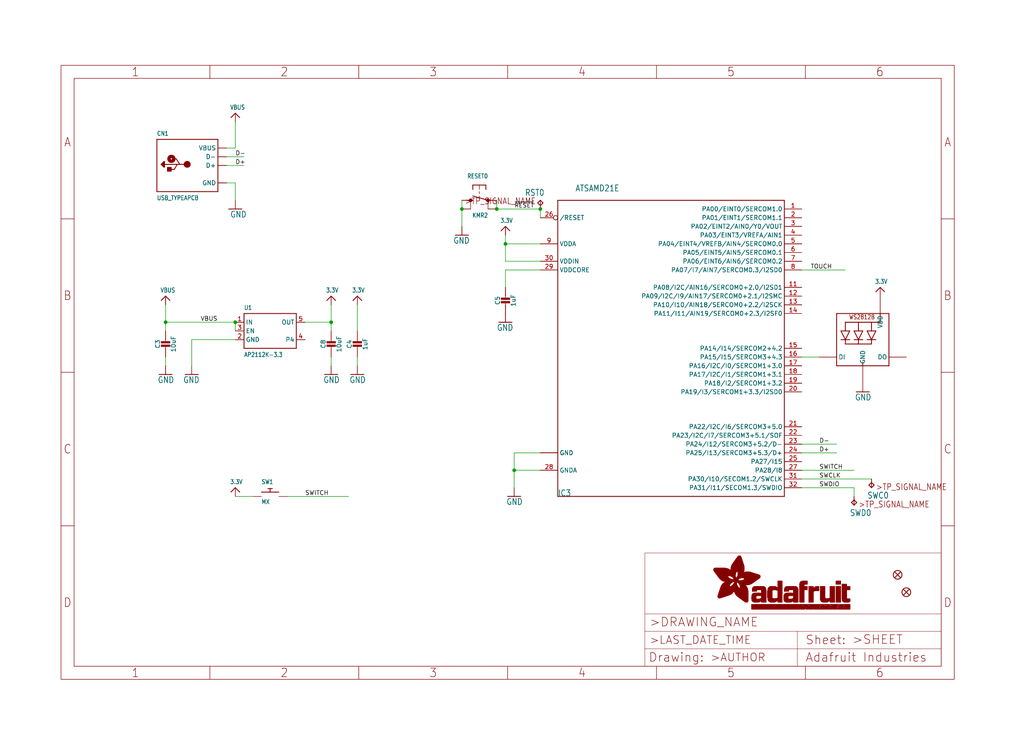
<source format=kicad_sch>
(kicad_sch (version 20211123) (generator eeschema)
  (paper "User" 298.45 217.881)
  (lib_symbols
    (symbol "eagleSchem-eagle-import:3.3V" (power)
      (property "Value" "3.3V" (at -1.524 1.016 0))
      (symbol "3.3V_1_0"
        (pin power_in line (at 0 -2.54 90) (length 2.54) (name "3.3V") (number "1"))
      )
    )
    (symbol "eagleSchem-eagle-import:ATSAMD21E"
      (property "Reference" "IC" (at -35.56 -43.18 0))
      (property "Value" "ATSAMD21E" (at -30.48 45.72 0))
      (symbol "ATSAMD21E_1_0"
        (pin bidirectional line (at 35.56 40.64 180) (length 5.08) (name "PA00/EINT0/SERCOM1.0") (number "1"))
        (pin power_in line (at -40.64 -30.48 0) (length 5.08) (name "GND") (number "10"))
        (pin bidirectional line (at 35.56 17.78 180) (length 5.08) (name "PA08/I2C/AIN16/SERCOM0+2.0/I2SD1") (number "11"))
        (pin bidirectional line (at 35.56 15.24 180) (length 5.08) (name "PA09/I2C/I9/AIN17/SERCOM0+2.1/I2SMC") (number "12"))
        (pin bidirectional line (at 35.56 12.7 180) (length 5.08) (name "PA10/I10/AIN18/SERCOM0+2.2/I2SCK") (number "13"))
        (pin bidirectional line (at 35.56 10.16 180) (length 5.08) (name "PA11/I11/AIN19/SERCOM0+2.3/I2SF0") (number "14"))
        (pin bidirectional line (at 35.56 0 180) (length 5.08) (name "PA14/I14/SERCOM2+4.2") (number "15"))
        (pin bidirectional line (at 35.56 -2.54 180) (length 5.08) (name "PA15/I15/SERCOM3+4.3") (number "16"))
        (pin bidirectional line (at 35.56 -5.08 180) (length 5.08) (name "PA16/I2C/I0/SERCOM1+3.0") (number "17"))
        (pin bidirectional line (at 35.56 -7.62 180) (length 5.08) (name "PA17/I2C/I1/SERCOM1+3.1") (number "18"))
        (pin bidirectional line (at 35.56 -10.16 180) (length 5.08) (name "PA18/I2/SERCOM1+3.2") (number "19"))
        (pin bidirectional line (at 35.56 38.1 180) (length 5.08) (name "PA01/EINT1/SERCOM1.1") (number "2"))
        (pin bidirectional line (at 35.56 -12.7 180) (length 5.08) (name "PA19/I3/SERCOM1+3.3/I2SD0") (number "20"))
        (pin bidirectional line (at 35.56 -22.86 180) (length 5.08) (name "PA22/I2C/I6/SERCOM3+5.0") (number "21"))
        (pin bidirectional line (at 35.56 -25.4 180) (length 5.08) (name "PA23/I2C/I7/SERCOM3+5.1/SOF") (number "22"))
        (pin bidirectional line (at 35.56 -27.94 180) (length 5.08) (name "PA24/I12/SERCOM3+5.2/D-") (number "23"))
        (pin bidirectional line (at 35.56 -30.48 180) (length 5.08) (name "PA25/I13/SERCOM3+5.3/D+") (number "24"))
        (pin bidirectional line (at 35.56 -33.02 180) (length 5.08) (name "PA27/I15") (number "25"))
        (pin bidirectional inverted (at -40.64 38.1 0) (length 5.08) (name "/RESET") (number "26"))
        (pin bidirectional line (at 35.56 -35.56 180) (length 5.08) (name "PA28/I8") (number "27"))
        (pin power_in line (at -40.64 -35.56 0) (length 5.08) (name "GNDA") (number "28"))
        (pin power_in line (at -40.64 22.86 0) (length 5.08) (name "VDDCORE") (number "29"))
        (pin bidirectional line (at 35.56 35.56 180) (length 5.08) (name "PA02/EINT2/AIN0/Y0/VOUT") (number "3"))
        (pin power_in line (at -40.64 25.4 0) (length 5.08) (name "VDDIN") (number "30"))
        (pin bidirectional line (at 35.56 -38.1 180) (length 5.08) (name "PA30/I10/SECOM1.2/SWCLK") (number "31"))
        (pin bidirectional line (at 35.56 -40.64 180) (length 5.08) (name "PA31/I11/SECOM1.3/SWDIO") (number "32"))
        (pin power_in line (at -40.64 -30.48 0) (length 5.08) (name "GND") (number "33"))
        (pin bidirectional line (at 35.56 33.02 180) (length 5.08) (name "PA03/EINT3/VREFA/AIN1") (number "4"))
        (pin bidirectional line (at 35.56 30.48 180) (length 5.08) (name "PA04/EINT4/VREFB/AIN4/SERCOM0.0") (number "5"))
        (pin bidirectional line (at 35.56 27.94 180) (length 5.08) (name "PA05/EINT5/AIN5/SERCOM0.1") (number "6"))
        (pin bidirectional line (at 35.56 25.4 180) (length 5.08) (name "PA06/EINT6/AIN6/SERCOM0.2") (number "7"))
        (pin bidirectional line (at 35.56 22.86 180) (length 5.08) (name "PA07/I7/AIN7/SERCOM0.3/I2SD0") (number "8"))
        (pin power_in line (at -40.64 30.48 0) (length 5.08) (name "VDDA") (number "9"))
      )
    )
    (symbol "eagleSchem-eagle-import:CAP_CERAMIC0603_NO"
      (property "Reference" "C" (at -2.29 1.25 90))
      (property "Value" "CAP_CERAMIC0603_NO" (at 2.3 1.25 90))
      (symbol "CAP_CERAMIC0603_NO_1_0"
        (pin passive line (at 0 5.08 270) (length 2.54) (name "1") (number "1"))
        (pin passive line (at 0 -2.54 90) (length 2.54) (name "2") (number "2"))
      )
    )
    (symbol "eagleSchem-eagle-import:CAP_CERAMIC0805-NOOUTLINE"
      (property "Reference" "C" (at -2.29 1.25 90))
      (property "Value" "CAP_CERAMIC0805-NOOUTLINE" (at 2.3 1.25 90))
      (symbol "CAP_CERAMIC0805-NOOUTLINE_1_0"
        (pin passive line (at 0 5.08 270) (length 2.54) (name "1") (number "1"))
        (pin passive line (at 0 -2.54 90) (length 2.54) (name "2") (number "2"))
      )
    )
    (symbol "eagleSchem-eagle-import:FIDUCIAL_1MM")
    (symbol "eagleSchem-eagle-import:FRAME_A4_ADAFRUIT"
      (symbol "FRAME_A4_ADAFRUIT_0_0"
        (text "1" (at 21.6958 1.905 0) (effects (font (size 2.54 2.286))))
        (text "1" (at 21.6958 177.165 0) (effects (font (size 2.54 2.286))))
        (text "2" (at 65.0875 1.905 0) (effects (font (size 2.54 2.286))))
        (text "2" (at 65.0875 177.165 0) (effects (font (size 2.54 2.286))))
        (text "3" (at 108.4792 1.905 0) (effects (font (size 2.54 2.286))))
        (text "3" (at 108.4792 177.165 0) (effects (font (size 2.54 2.286))))
        (text "4" (at 151.8708 1.905 0) (effects (font (size 2.54 2.286))))
        (text "4" (at 151.8708 177.165 0) (effects (font (size 2.54 2.286))))
        (text "5" (at 195.2625 1.905 0) (effects (font (size 2.54 2.286))))
        (text "5" (at 195.2625 177.165 0) (effects (font (size 2.54 2.286))))
        (text "6" (at 238.6542 1.905 0) (effects (font (size 2.54 2.286))))
        (text "6" (at 238.6542 177.165 0) (effects (font (size 2.54 2.286))))
        (text "A" (at 1.905 156.6863 0) (effects (font (size 2.54 2.286))))
        (text "A" (at 258.445 156.6863 0) (effects (font (size 2.54 2.286))))
        (text "B" (at 1.905 111.9188 0) (effects (font (size 2.54 2.286))))
        (text "B" (at 258.445 111.9188 0) (effects (font (size 2.54 2.286))))
        (text "C" (at 1.905 67.1513 0) (effects (font (size 2.54 2.286))))
        (text "C" (at 258.445 67.1513 0) (effects (font (size 2.54 2.286))))
        (text "D" (at 1.905 22.3838 0) (effects (font (size 2.54 2.286))))
        (text "D" (at 258.445 22.3838 0) (effects (font (size 2.54 2.286))))
      )
      (symbol "FRAME_A4_ADAFRUIT_1_0"
        (text ">AUTHOR" (at 189.23 5.08 0) (effects (font (size 2.286 2.286)) (justify left bottom)))
        (text ">DRAWING_NAME" (at 171.45 15.24 0) (effects (font (size 2.54 2.54)) (justify left bottom)))
        (text ">LAST_DATE_TIME" (at 171.45 10.16 0) (effects (font (size 2.286 2.286)) (justify left bottom)))
        (text ">SHEET" (at 230.505 10.16 0) (effects (font (size 2.54 2.54)) (justify left bottom)))
        (text "Adafruit Industries" (at 216.916 4.953 0) (effects (font (size 2.54 2.54)) (justify left bottom)))
        (text "Drawing:" (at 171.196 4.953 0) (effects (font (size 2.54 2.54)) (justify left bottom)))
        (text "Sheet:" (at 216.916 10.033 0) (effects (font (size 2.54 2.54)) (justify left bottom)))
      )
    )
    (symbol "eagleSchem-eagle-import:GND" (power)
      (property "Value" "GND" (at -2.54 -2.54 0))
      (symbol "GND_1_0"
        (pin power_in line (at 0 2.54 270) (length 2.54) (name "GND") (number "1"))
      )
    )
    (symbol "eagleSchem-eagle-import:SWITCH_PUSHBUTTON_KAILH_THMSIMPLE"
      (property "Reference" "SW" (at -2.54 3.556 0))
      (property "Value" "SWITCH_PUSHBUTTON_KAILH_THMSIMPLE" (at -2.54 -2.286 0))
      (symbol "SWITCH_PUSHBUTTON_KAILH_THMSIMPLE_1_0"
        (pin passive line (at -5.08 0 0) (length 2.54) (name "P$1") (number "1"))
        (pin passive line (at 5.08 0 180) (length 2.54) (name "P$2") (number "2"))
      )
    )
    (symbol "eagleSchem-eagle-import:SWITCH_TACT_SMT4.6X2.8"
      (property "Reference" "SW" (at -2.54 6.35 0))
      (property "Value" "SWITCH_TACT_SMT4.6X2.8" (at -2.54 -5.08 0))
      (symbol "SWITCH_TACT_SMT4.6X2.8_1_0"
        (pin passive line (at -5.08 0 0) (length 2.54) (name "P") (number "A"))
        (pin passive line (at -5.08 -2.54 0) (length 2.54) (name "P1") (number "A'"))
        (pin passive line (at 5.08 0 180) (length 2.54) (name "S") (number "B"))
        (pin passive line (at 5.08 -2.54 180) (length 2.54) (name "S1") (number "B'"))
      )
    )
    (symbol "eagleSchem-eagle-import:TPTP15R"
      (property "Reference" "TP" (at -1.27 1.27 0))
      (symbol "TPTP15R_1_0"
        (text ">TP_SIGNAL_NAME" (at 1.27 -1.27 0) (effects (font (size 1.778 1.5113)) (justify left bottom)))
        (pin input line (at 0 -2.54 90) (length 2.54) (name "TP") (number "TP"))
      )
    )
    (symbol "eagleSchem-eagle-import:TPTP16R"
      (property "Reference" "TP" (at -1.27 1.27 0))
      (symbol "TPTP16R_1_0"
        (text ">TP_SIGNAL_NAME" (at 1.27 -1.27 0) (effects (font (size 1.778 1.5113)) (justify left bottom)))
        (pin input line (at 0 -2.54 90) (length 2.54) (name "TP") (number "TP"))
      )
    )
    (symbol "eagleSchem-eagle-import:USB_TYPEAPCB"
      (property "Reference" "X" (at -10.16 8.636 0))
      (property "Value" "USB_TYPEAPCB" (at -10.16 -10.16 0))
      (symbol "USB_TYPEAPCB_1_0"
        (pin power_in line (at 10.16 -5.08 180) (length 2.54) (name "GND") (number "GND"))
        (pin bidirectional line (at 10.16 2.54 180) (length 2.54) (name "D-") (number "USB_NEG"))
        (pin bidirectional line (at 10.16 0 180) (length 2.54) (name "D+") (number "USB_PLUS"))
        (pin power_in line (at 10.16 5.08 180) (length 2.54) (name "VBUS") (number "VCC"))
      )
    )
    (symbol "eagleSchem-eagle-import:VBUS" (power)
      (property "Value" "VBUS" (at -1.524 1.016 0))
      (symbol "VBUS_1_0"
        (pin power_in line (at 0 -2.54 90) (length 2.54) (name "VBUS") (number "1"))
      )
    )
    (symbol "eagleSchem-eagle-import:VREG_SOT23-5"
      (property "Reference" "U" (at -7.62 6.096 0))
      (property "Value" "VREG_SOT23-5" (at -7.62 -7.62 0))
      (symbol "VREG_SOT23-5_1_0"
        (pin power_in line (at -10.16 2.54 0) (length 2.54) (name "IN") (number "1"))
        (pin power_in line (at -10.16 -2.54 0) (length 2.54) (name "GND") (number "2"))
        (pin input line (at -10.16 0 0) (length 2.54) (name "EN") (number "3"))
        (pin bidirectional line (at 10.16 -2.54 180) (length 2.54) (name "P4") (number "4"))
        (pin power_in line (at 10.16 2.54 180) (length 2.54) (name "OUT") (number "5"))
      )
    )
    (symbol "eagleSchem-eagle-import:WS2812B_SK6812E"
      (symbol "WS2812B_SK6812E_1_0"
        (text "WS2812B" (at -4.064 8.382 0) (effects (font (size 1.27 1.0795)) (justify left bottom)))
        (pin power_in line (at 5.08 15.24 270) (length 5.08) (name "VDD") (number "1-VDD"))
        (pin output line (at 12.7 -2.54 180) (length 5.08) (name "DO") (number "2-DOUT"))
        (pin power_in line (at 0 -10.16 90) (length 5.08) (name "GND") (number "3-GND"))
        (pin input line (at -12.7 -2.54 0) (length 5.08) (name "DI") (number "4-DIN"))
      )
    )
  )
  (junction (at 68.58 93.98))
  (junction (at 144.78 60.96))
  (junction (at 147.32 71.12))
  (junction (at 48.26 93.98))
  (junction (at 149.86 137.16))
  (junction (at 157.48 60.96))
  (junction (at 96.52 93.98))
  (junction (at 134.62 60.96))
  (wire (pts (xy 233.68 142.24) (xy 248.92 142.24)))
  (wire (pts (xy 233.68 129.54) (xy 243.84 129.54)))
  (wire (pts (xy 83.82 144.78) (xy 101.6 144.78)))
  (wire (pts (xy 104.14 88.9) (xy 104.14 96.52)))
  (wire (pts (xy 157.48 78.74) (xy 147.32 78.74)))
  (wire (pts (xy 233.68 104.14) (xy 238.76 104.14)))
  (wire (pts (xy 68.58 53.34) (xy 68.58 58.42)))
  (wire (pts (xy 68.58 96.52) (xy 68.58 93.98)))
  (wire (pts (xy 248.92 142.24) (xy 248.92 144.78)))
  (wire (pts (xy 157.48 76.2) (xy 147.32 76.2)))
  (wire (pts (xy 48.26 93.98) (xy 68.58 93.98)))
  (wire (pts (xy 96.52 88.9) (xy 96.52 93.98)))
  (wire (pts (xy 73.66 144.78) (xy 68.58 144.78)))
  (wire (pts (xy 147.32 71.12) (xy 147.32 68.58)))
  (wire (pts (xy 134.62 58.42) (xy 134.62 60.96)))
  (wire (pts (xy 144.78 60.96) (xy 157.48 60.96)))
  (wire (pts (xy 68.58 35.56) (xy 68.58 43.18)))
  (wire (pts (xy 149.86 132.08) (xy 149.86 137.16)))
  (wire (pts (xy 233.68 139.7) (xy 254 139.7)))
  (wire (pts (xy 147.32 76.2) (xy 147.32 71.12)))
  (wire (pts (xy 48.26 93.98) (xy 48.26 88.9)))
  (wire (pts (xy 96.52 93.98) (xy 88.9 93.98)))
  (wire (pts (xy 96.52 93.98) (xy 96.52 96.52)))
  (wire (pts (xy 66.04 53.34) (xy 68.58 53.34)))
  (wire (pts (xy 243.84 132.08) (xy 233.68 132.08)))
  (wire (pts (xy 48.26 106.68) (xy 48.26 104.14)))
  (wire (pts (xy 48.26 96.52) (xy 48.26 93.98)))
  (wire (pts (xy 55.88 99.06) (xy 55.88 106.68)))
  (wire (pts (xy 157.48 71.12) (xy 147.32 71.12)))
  (wire (pts (xy 157.48 132.08) (xy 149.86 132.08)))
  (wire (pts (xy 233.68 78.74) (xy 246.38 78.74)))
  (wire (pts (xy 134.62 66.04) (xy 134.62 60.96)))
  (wire (pts (xy 233.68 137.16) (xy 248.92 137.16)))
  (wire (pts (xy 147.32 78.74) (xy 147.32 83.82)))
  (wire (pts (xy 66.04 48.26) (xy 71.12 48.26)))
  (wire (pts (xy 66.04 43.18) (xy 68.58 43.18)))
  (wire (pts (xy 157.48 137.16) (xy 149.86 137.16)))
  (wire (pts (xy 68.58 99.06) (xy 55.88 99.06)))
  (wire (pts (xy 144.78 60.96) (xy 144.78 58.42)))
  (wire (pts (xy 157.48 60.96) (xy 157.48 63.5)))
  (wire (pts (xy 104.14 106.68) (xy 104.14 104.14)))
  (wire (pts (xy 149.86 137.16) (xy 149.86 142.24)))
  (wire (pts (xy 66.04 45.72) (xy 71.12 45.72)))
  (wire (pts (xy 96.52 106.68) (xy 96.52 104.14)))
  (label "SWITCH" (at 238.76 137.16 0) (effects (font (size 1.2446 1.2446))))
  (label "D+" (at 68.58 48.26 0) (effects (font (size 1.2446 1.2446))))
  (label "SWITCH" (at 88.9 144.78 0) (effects (font (size 1.2446 1.2446))))
  (label "~{RESET}" (at 149.86 60.96 0) (effects (font (size 1.2446 1.2446))))
  (label "SWCLK" (at 238.76 139.7 0) (effects (font (size 1.2446 1.2446))))
  (label "D-" (at 238.76 129.54 0) (effects (font (size 1.2446 1.2446))))
  (label "TOUCH" (at 236.22 78.74 0) (effects (font (size 1.2446 1.2446))))
  (label "D-" (at 68.58 45.72 0) (effects (font (size 1.2446 1.2446))))
  (label "VBUS" (at 58.42 93.98 0) (effects (font (size 1.2446 1.2446))))
  (label "SWDIO" (at 238.76 142.24 0) (effects (font (size 1.2446 1.2446))))
  (label "D+" (at 238.76 132.08 0) (effects (font (size 1.2446 1.2446))))
  (symbol (lib_id "eagleSchem-eagle-import:USB_TYPEAPCB") (at 55.88 48.26 0) (unit 1)
    (property "Reference" "CN1" (at 45.72 39.624 0) (effects (font (size 1.27 1.0795)) (justify left bottom)))
    (property "Value" "USB_TYPEAPCB" (at 45.72 58.42 0) (effects (font (size 1.27 1.0795)) (justify left bottom)))
    (property "Footprint" "eagleSchem:USBA_PCB" (effects hide))
  )
  (symbol (lib_id "eagleSchem-eagle-import:CAP_CERAMIC0805-NOOUTLINE") (at 96.52 101.6 0) (unit 1)
    (property "Reference" "C8" (at 94.23 100.35 90))
    (property "Value" "10uF" (at 98.82 100.35 90))
    (property "Footprint" "eagleSchem:0805-NO" (effects hide))
  )
  (symbol (lib_id "eagleSchem-eagle-import:3.3V") (at 104.14 86.36 0) (unit 1)
    (property "Reference" "#U$20" (effects hide))
    (property "Value" "3.3V" (at 102.616 85.344 0) (effects (font (size 1.27 1.0795)) (justify left bottom)))
    (property "Footprint" "eagleSchem:" (effects hide))
  )
  (symbol (lib_id "eagleSchem-eagle-import:TPTP15R") (at 248.92 147.32 0) (mirror x) (unit 1)
    (property "Reference" "SWD0" (at 247.65 148.59 0) (effects (font (size 1.778 1.5113)) (justify left bottom)))
    (property "Value" "SWD" (effects hide))
    (property "Footprint" "eagleSchem:TP15R" (effects hide))
  )
  (symbol (lib_id "eagleSchem-eagle-import:CAP_CERAMIC0603_NO") (at 147.32 88.9 0) (unit 1)
    (property "Reference" "C5" (at 145.03 87.65 90))
    (property "Value" "1uF" (at 149.62 87.65 90))
    (property "Footprint" "eagleSchem:0603-NO" (effects hide))
  )
  (symbol (lib_id "eagleSchem-eagle-import:GND") (at 251.46 114.3 0) (mirror y) (unit 1)
    (property "Reference" "#GND6" (effects hide))
    (property "Value" "GND" (at 254 116.84 0) (effects (font (size 1.778 1.5113)) (justify left bottom)))
    (property "Footprint" "eagleSchem:" (effects hide))
  )
  (symbol (lib_id "eagleSchem-eagle-import:GND") (at 147.32 93.98 0) (unit 1)
    (property "Reference" "#GND7" (effects hide))
    (property "Value" "GND" (at 144.78 96.52 0) (effects (font (size 1.778 1.5113)) (justify left bottom)))
    (property "Footprint" "eagleSchem:" (effects hide))
  )
  (symbol (lib_id "eagleSchem-eagle-import:FIDUCIAL_1MM") (at 261.62 167.64 0) (unit 1)
    (property "Reference" "FID1" (effects hide))
    (property "Value" "FIDUCIAL_1MM" (effects hide))
    (property "Footprint" "eagleSchem:FIDUCIAL_1MM" (effects hide))
  )
  (symbol (lib_id "eagleSchem-eagle-import:ATSAMD21E") (at 198.12 101.6 0) (unit 1)
    (property "Reference" "IC3" (at 162.56 144.78 0) (effects (font (size 1.778 1.5113)) (justify left bottom)))
    (property "Value" "ATSAMD21E" (at 167.64 55.88 0) (effects (font (size 1.778 1.5113)) (justify left bottom)))
    (property "Footprint" "eagleSchem:QFN32_5MM" (effects hide))
  )
  (symbol (lib_id "eagleSchem-eagle-import:VREG_SOT23-5") (at 78.74 96.52 0) (unit 1)
    (property "Reference" "U1" (at 71.12 90.424 0) (effects (font (size 1.27 1.0795)) (justify left bottom)))
    (property "Value" "AP2112K-3.3" (at 71.12 104.14 0) (effects (font (size 1.27 1.0795)) (justify left bottom)))
    (property "Footprint" "eagleSchem:SOT23-5" (effects hide))
  )
  (symbol (lib_id "eagleSchem-eagle-import:CAP_CERAMIC0805-NOOUTLINE") (at 48.26 101.6 0) (unit 1)
    (property "Reference" "C3" (at 45.97 100.35 90))
    (property "Value" "10uF" (at 50.56 100.35 90))
    (property "Footprint" "eagleSchem:0805-NO" (effects hide))
  )
  (symbol (lib_id "eagleSchem-eagle-import:GND") (at 48.26 109.22 0) (mirror y) (unit 1)
    (property "Reference" "#GND3" (effects hide))
    (property "Value" "GND" (at 50.8 111.76 0) (effects (font (size 1.778 1.5113)) (justify left bottom)))
    (property "Footprint" "eagleSchem:" (effects hide))
  )
  (symbol (lib_id "eagleSchem-eagle-import:VBUS") (at 68.58 33.02 0) (unit 1)
    (property "Reference" "#U$15" (effects hide))
    (property "Value" "VBUS" (at 67.056 32.004 0) (effects (font (size 1.27 1.0795)) (justify left bottom)))
    (property "Footprint" "eagleSchem:" (effects hide))
  )
  (symbol (lib_id "eagleSchem-eagle-import:3.3V") (at 256.54 83.82 0) (unit 1)
    (property "Reference" "#U$3" (effects hide))
    (property "Value" "3.3V" (at 255.016 82.804 0) (effects (font (size 1.27 1.0795)) (justify left bottom)))
    (property "Footprint" "eagleSchem:" (effects hide))
  )
  (symbol (lib_id "eagleSchem-eagle-import:GND") (at 68.58 60.96 0) (unit 1)
    (property "Reference" "#U$2" (effects hide))
    (property "Value" "GND" (at 67.056 63.5 0) (effects (font (size 1.778 1.5113)) (justify left bottom)))
    (property "Footprint" "eagleSchem:" (effects hide))
  )
  (symbol (lib_id "eagleSchem-eagle-import:TPTP16R") (at 157.48 58.42 0) (mirror y) (unit 1)
    (property "Reference" "RST0" (at 158.75 57.15 0) (effects (font (size 1.778 1.5113)) (justify left bottom)))
    (property "Value" "RST" (effects hide))
    (property "Footprint" "eagleSchem:TP16R" (effects hide))
  )
  (symbol (lib_id "eagleSchem-eagle-import:3.3V") (at 68.58 142.24 0) (unit 1)
    (property "Reference" "#U$4" (effects hide))
    (property "Value" "3.3V" (at 67.056 141.224 0) (effects (font (size 1.27 1.0795)) (justify left bottom)))
    (property "Footprint" "eagleSchem:" (effects hide))
  )
  (symbol (lib_id "eagleSchem-eagle-import:FRAME_A4_ADAFRUIT") (at 17.78 198.12 0) (unit 1)
    (property "Reference" "#U$1" (effects hide))
    (property "Value" "FRAME_A4_ADAFRUIT" (effects hide))
    (property "Footprint" "eagleSchem:" (effects hide))
  )
  (symbol (lib_id "eagleSchem-eagle-import:WS2812B_SK6812E") (at 251.46 101.6 0) (unit 1)
    (property "Reference" "LED1" (effects hide))
    (property "Value" "WS2812B_SK6812E" (effects hide))
    (property "Footprint" "eagleSchem:NEO3535_REVERSE" (effects hide))
  )
  (symbol (lib_id "eagleSchem-eagle-import:CAP_CERAMIC0603_NO") (at 104.14 101.6 0) (unit 1)
    (property "Reference" "C4" (at 101.85 100.35 90))
    (property "Value" "1uF" (at 106.44 100.35 90))
    (property "Footprint" "eagleSchem:0603-NO" (effects hide))
  )
  (symbol (lib_id "eagleSchem-eagle-import:GND") (at 55.88 109.22 0) (unit 1)
    (property "Reference" "#GND11" (effects hide))
    (property "Value" "GND" (at 53.34 111.76 0) (effects (font (size 1.778 1.5113)) (justify left bottom)))
    (property "Footprint" "eagleSchem:" (effects hide))
  )
  (symbol (lib_id "eagleSchem-eagle-import:VBUS") (at 48.26 86.36 0) (unit 1)
    (property "Reference" "#U$13" (effects hide))
    (property "Value" "VBUS" (at 46.736 85.344 0) (effects (font (size 1.27 1.0795)) (justify left bottom)))
    (property "Footprint" "eagleSchem:" (effects hide))
  )
  (symbol (lib_id "eagleSchem-eagle-import:SWITCH_PUSHBUTTON_KAILH_THMSIMPLE") (at 78.74 144.78 0) (unit 1)
    (property "Reference" "SW1" (at 76.2 141.224 0) (effects (font (size 1.27 1.0795)) (justify left bottom)))
    (property "Value" "MX" (at 76.2 147.066 0) (effects (font (size 1.27 1.0795)) (justify left bottom)))
    (property "Footprint" "eagleSchem:KAILH_BOX_MX_NOSTABILIZERS" (effects hide))
  )
  (symbol (lib_id "eagleSchem-eagle-import:TPTP15R") (at 254 142.24 0) (mirror x) (unit 1)
    (property "Reference" "SWC0" (at 252.73 143.51 0) (effects (font (size 1.778 1.5113)) (justify left bottom)))
    (property "Value" "SWC" (effects hide))
    (property "Footprint" "eagleSchem:TP15R" (effects hide))
  )
  (symbol (lib_id "eagleSchem-eagle-import:FIDUCIAL_1MM") (at 264.16 172.72 0) (unit 1)
    (property "Reference" "FID2" (effects hide))
    (property "Value" "FIDUCIAL_1MM" (effects hide))
    (property "Footprint" "eagleSchem:FIDUCIAL_1MM" (effects hide))
  )
  (symbol (lib_id "eagleSchem-eagle-import:GND") (at 104.14 109.22 0) (mirror y) (unit 1)
    (property "Reference" "#GND5" (effects hide))
    (property "Value" "GND" (at 106.68 111.76 0) (effects (font (size 1.778 1.5113)) (justify left bottom)))
    (property "Footprint" "eagleSchem:" (effects hide))
  )
  (symbol (lib_id "eagleSchem-eagle-import:GND") (at 134.62 68.58 0) (unit 1)
    (property "Reference" "#GND14" (effects hide))
    (property "Value" "GND" (at 132.08 71.12 0) (effects (font (size 1.778 1.5113)) (justify left bottom)))
    (property "Footprint" "eagleSchem:" (effects hide))
  )
  (symbol (lib_id "eagleSchem-eagle-import:GND") (at 96.52 109.22 0) (mirror y) (unit 1)
    (property "Reference" "#GND12" (effects hide))
    (property "Value" "GND" (at 99.06 111.76 0) (effects (font (size 1.778 1.5113)) (justify left bottom)))
    (property "Footprint" "eagleSchem:" (effects hide))
  )
  (symbol (lib_id "eagleSchem-eagle-import:3.3V") (at 96.52 86.36 0) (unit 1)
    (property "Reference" "#U$17" (effects hide))
    (property "Value" "3.3V" (at 94.996 85.344 0) (effects (font (size 1.27 1.0795)) (justify left bottom)))
    (property "Footprint" "eagleSchem:" (effects hide))
  )
  (symbol (lib_id "eagleSchem-eagle-import:GND") (at 149.86 144.78 0) (mirror y) (unit 1)
    (property "Reference" "#GND18" (effects hide))
    (property "Value" "GND" (at 152.4 147.32 0) (effects (font (size 1.778 1.5113)) (justify left bottom)))
    (property "Footprint" "eagleSchem:" (effects hide))
  )
  (symbol (lib_id "eagleSchem-eagle-import:SWITCH_TACT_SMT4.6X2.8") (at 139.7 58.42 0) (mirror y) (unit 1)
    (property "Reference" "RESET0" (at 142.24 52.07 0) (effects (font (size 1.27 1.0795)) (justify left bottom)))
    (property "Value" "KMR2" (at 142.24 63.5 0) (effects (font (size 1.27 1.0795)) (justify left bottom)))
    (property "Footprint" "eagleSchem:BTN_KMR2_4.6X2.8" (effects hide))
  )
  (symbol (lib_id "eagleSchem-eagle-import:3.3V") (at 147.32 66.04 0) (unit 1)
    (property "Reference" "#U$18" (effects hide))
    (property "Value" "3.3V" (at 145.796 65.024 0) (effects (font (size 1.27 1.0795)) (justify left bottom)))
    (property "Footprint" "eagleSchem:" (effects hide))
  )
)
</source>
